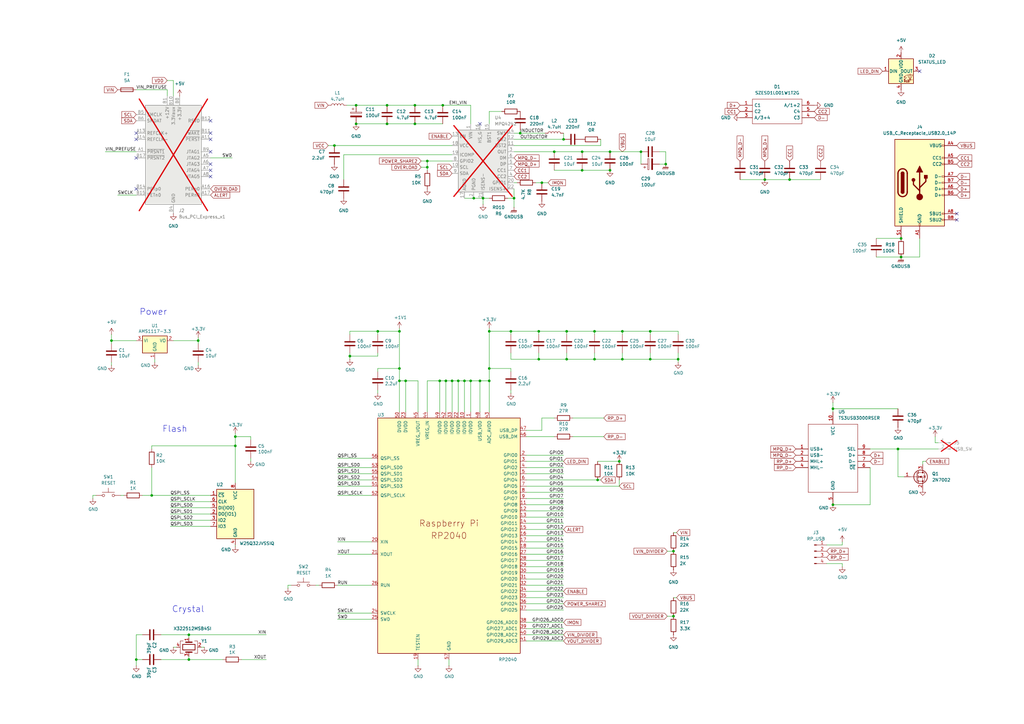
<source format=kicad_sch>
(kicad_sch (version 20231120) (generator "eeschema") (generator_version "8.0")
  (paper "A3")
  (title_block (date "2024-06-26") (rev "v0.8.2"))
  (junction (at 266.7 135.89))
  (junction (at 77.47 260.35))
  (junction (at 200.66 156.21))
  (junction (at 220.98 147.32))
  (junction (at 227.33 62.23))
  (junction (at 262.89 62.23))
  (junction (at 163.83 135.89))
  (junction (at 313.69 73.66))
  (junction (at 266.7 147.32))
  (junction (at 163.83 151.13))
  (junction (at 146.05 50.8))
  (junction (at 209.55 135.89))
  (junction (at 273.05 67.31))
  (junction (at 369.57 97.79))
  (junction (at 96.52 182.88))
  (junction (at 180.34 156.21))
  (junction (at 146.05 43.18))
  (junction (at 198.12 81.28))
  (junction (at 220.98 135.89))
  (junction (at 238.76 62.23))
  (junction (at 213.36 54.61))
  (junction (at 158.75 43.18))
  (junction (at 276.225 226.06))
  (junction (at 243.84 147.32))
  (junction (at 276.225 252.73))
  (junction (at 369.57 105.41))
  (junction (at 185.42 156.21))
  (junction (at 341.63 167.64))
  (junction (at 158.75 50.8))
  (junction (at 175.26 68.58))
  (junction (at 255.27 147.32))
  (junction (at 232.41 147.32))
  (junction (at 175.26 66.04))
  (junction (at 232.41 135.89))
  (junction (at 323.85 73.66))
  (junction (at 210.82 81.28))
  (junction (at 243.84 135.89))
  (junction (at 170.18 43.18))
  (junction (at 250.19 62.23))
  (junction (at 62.23 203.2))
  (junction (at 200.66 135.89))
  (junction (at 77.47 270.51))
  (junction (at 137.16 59.69))
  (junction (at 278.13 147.32))
  (junction (at 222.25 74.93))
  (junction (at 255.27 135.89))
  (junction (at 341.63 207.01))
  (junction (at 200.66 151.13))
  (junction (at 143.51 146.05))
  (junction (at 190.5 156.21))
  (junction (at 163.83 156.21))
  (junction (at 45.72 139.7))
  (junction (at 170.18 50.8))
  (junction (at 166.37 156.21))
  (junction (at 238.76 69.85))
  (junction (at 81.28 139.7))
  (junction (at 254 189.23))
  (junction (at 250.19 69.85))
  (junction (at 193.04 156.21))
  (junction (at 368.3 184.15))
  (junction (at 154.94 135.89))
  (junction (at 231.14 57.15))
  (junction (at 245.11 196.85))
  (junction (at 96.52 179.07))
  (junction (at 181.61 43.18))
  (junction (at 182.88 156.21))
  (junction (at 55.88 270.51))
  (junction (at 196.85 156.21))
  (junction (at 187.96 156.21))
  (junction (at 194.31 81.28))
  (no_connect (at 86.36 72.39))
  (no_connect (at 86.36 49.53))
  (no_connect (at 392.43 87.63))
  (no_connect (at 55.88 77.47))
  (no_connect (at 55.88 64.77))
  (no_connect (at 196.85 50.8))
  (no_connect (at 86.36 57.15))
  (no_connect (at 86.36 69.85))
  (no_connect (at 86.36 62.23))
  (no_connect (at 55.88 54.61))
  (no_connect (at 55.88 57.15))
  (no_connect (at 392.43 90.17))
  (no_connect (at 86.36 67.31))
  (no_connect (at 377.19 29.21))
  (no_connect (at 86.36 54.61))
  (wire (pts (xy 38.1 203.2) (xy 39.37 203.2)))
  (wire (pts (xy 152.4 251.46) (xy 138.43 251.46)))
  (wire (pts (xy 215.9 240.03) (xy 231.14 240.03)))
  (wire (pts (xy 215.9 260.35) (xy 231.14 260.35)))
  (wire (pts (xy 190.5 168.91) (xy 190.5 156.21)))
  (wire (pts (xy 163.83 156.21) (xy 163.83 168.91)))
  (wire (pts (xy 138.43 196.85) (xy 152.4 196.85)))
  (wire (pts (xy 196.85 156.21) (xy 200.66 156.21)))
  (wire (pts (xy 62.23 203.2) (xy 86.36 203.2)))
  (wire (pts (xy 142.24 43.18) (xy 146.05 43.18)))
  (wire (pts (xy 200.66 151.13) (xy 209.55 151.13)))
  (wire (pts (xy 278.13 144.78) (xy 278.13 147.32)))
  (wire (pts (xy 200.66 45.72) (xy 200.66 50.8)))
  (wire (pts (xy 200.66 81.28) (xy 198.12 81.28)))
  (wire (pts (xy 215.9 212.09) (xy 231.14 212.09)))
  (wire (pts (xy 172.72 66.04) (xy 175.26 66.04)))
  (wire (pts (xy 277.495 218.44) (xy 276.225 218.44)))
  (wire (pts (xy 55.88 270.51) (xy 55.88 273.05)))
  (wire (pts (xy 38.1 204.47) (xy 38.1 203.2)))
  (wire (pts (xy 222.25 171.45) (xy 227.33 171.45)))
  (wire (pts (xy 254 196.85) (xy 254 199.39)))
  (wire (pts (xy 222.25 171.45) (xy 222.25 176.53)))
  (wire (pts (xy 345.44 232.41) (xy 345.44 231.14)))
  (wire (pts (xy 175.26 68.58) (xy 175.26 66.04)))
  (wire (pts (xy 193.04 43.18) (xy 193.04 50.8)))
  (wire (pts (xy 163.83 134.62) (xy 163.83 135.89)))
  (wire (pts (xy 77.47 270.51) (xy 91.44 270.51)))
  (wire (pts (xy 210.82 59.69) (xy 246.38 59.69)))
  (wire (pts (xy 175.26 168.91) (xy 175.26 156.21)))
  (wire (pts (xy 359.41 105.41) (xy 369.57 105.41)))
  (wire (pts (xy 273.05 62.23) (xy 273.05 67.31)))
  (wire (pts (xy 143.51 144.78) (xy 143.51 146.05)))
  (wire (pts (xy 210.82 54.61) (xy 213.36 54.61)))
  (wire (pts (xy 246.38 57.15) (xy 246.38 59.69)))
  (wire (pts (xy 215.9 219.71) (xy 231.14 219.71)))
  (wire (pts (xy 66.04 270.51) (xy 77.47 270.51)))
  (wire (pts (xy 210.82 77.47) (xy 210.82 81.28)))
  (wire (pts (xy 270.51 62.23) (xy 273.05 62.23)))
  (wire (pts (xy 138.43 222.25) (xy 152.4 222.25)))
  (wire (pts (xy 152.4 187.96) (xy 138.43 187.96)))
  (wire (pts (xy 68.58 33.02) (xy 71.12 33.02)))
  (wire (pts (xy 58.42 260.35) (xy 55.88 260.35)))
  (wire (pts (xy 215.9 209.55) (xy 231.14 209.55)))
  (wire (pts (xy 238.76 69.85) (xy 250.19 69.85)))
  (wire (pts (xy 323.85 73.66) (xy 336.55 73.66)))
  (wire (pts (xy 215.9 247.65) (xy 231.14 247.65)))
  (wire (pts (xy 209.55 135.89) (xy 220.98 135.89)))
  (wire (pts (xy 215.9 224.79) (xy 231.14 224.79)))
  (wire (pts (xy 215.9 186.69) (xy 231.14 186.69)))
  (wire (pts (xy 227.33 62.23) (xy 238.76 62.23)))
  (wire (pts (xy 215.9 199.39) (xy 254 199.39)))
  (wire (pts (xy 102.87 179.07) (xy 96.52 179.07)))
  (wire (pts (xy 215.9 222.25) (xy 231.14 222.25)))
  (wire (pts (xy 63.5 147.32) (xy 63.5 148.59)))
  (wire (pts (xy 368.3 195.58) (xy 368.3 184.15)))
  (wire (pts (xy 143.51 137.16) (xy 143.51 135.89)))
  (wire (pts (xy 182.88 168.91) (xy 182.88 156.21)))
  (wire (pts (xy 55.88 260.35) (xy 55.88 270.51)))
  (wire (pts (xy 77.47 269.24) (xy 77.47 270.51)))
  (wire (pts (xy 71.12 33.02) (xy 71.12 39.37)))
  (wire (pts (xy 58.42 203.2) (xy 62.23 203.2)))
  (wire (pts (xy 341.63 167.64) (xy 341.63 168.91)))
  (wire (pts (xy 345.44 223.52) (xy 339.09 223.52)))
  (wire (pts (xy 209.55 137.16) (xy 209.55 135.89)))
  (wire (pts (xy 215.9 232.41) (xy 231.14 232.41)))
  (wire (pts (xy 175.26 156.21) (xy 180.34 156.21)))
  (wire (pts (xy 266.7 147.32) (xy 255.27 147.32)))
  (wire (pts (xy 58.42 270.51) (xy 55.88 270.51)))
  (wire (pts (xy 143.51 146.05) (xy 154.94 146.05)))
  (wire (pts (xy 180.34 168.91) (xy 180.34 156.21)))
  (wire (pts (xy 232.41 135.89) (xy 243.84 135.89)))
  (wire (pts (xy 215.9 245.11) (xy 231.14 245.11)))
  (wire (pts (xy 146.05 50.8) (xy 158.75 50.8)))
  (wire (pts (xy 152.4 254) (xy 138.43 254)))
  (wire (pts (xy 71.12 265.43) (xy 72.39 265.43)))
  (wire (pts (xy 158.75 43.18) (xy 170.18 43.18)))
  (wire (pts (xy 138.43 240.03) (xy 152.4 240.03)))
  (wire (pts (xy 209.55 152.4) (xy 209.55 151.13)))
  (wire (pts (xy 137.16 59.69) (xy 185.42 59.69)))
  (wire (pts (xy 266.7 144.78) (xy 266.7 147.32)))
  (wire (pts (xy 96.52 177.8) (xy 96.52 179.07)))
  (wire (pts (xy 232.41 144.78) (xy 232.41 147.32)))
  (wire (pts (xy 134.62 59.69) (xy 137.16 59.69)))
  (wire (pts (xy 154.94 152.4) (xy 154.94 151.13)))
  (wire (pts (xy 129.54 240.03) (xy 130.81 240.03)))
  (wire (pts (xy 69.85 205.74) (xy 86.36 205.74)))
  (wire (pts (xy 193.04 156.21) (xy 193.04 168.91)))
  (wire (pts (xy 245.11 196.85) (xy 246.38 196.85)))
  (wire (pts (xy 171.45 168.91) (xy 171.45 156.21)))
  (wire (pts (xy 243.84 135.89) (xy 255.27 135.89)))
  (wire (pts (xy 215.9 189.23) (xy 231.14 189.23)))
  (wire (pts (xy 77.47 260.35) (xy 109.22 260.35)))
  (wire (pts (xy 68.58 36.83) (xy 68.58 39.37)))
  (wire (pts (xy 215.9 250.19) (xy 231.14 250.19)))
  (wire (pts (xy 158.75 50.8) (xy 170.18 50.8)))
  (wire (pts (xy 215.9 194.31) (xy 231.14 194.31)))
  (wire (pts (xy 170.18 50.8) (xy 181.61 50.8)))
  (wire (pts (xy 96.52 182.88) (xy 96.52 198.12)))
  (wire (pts (xy 215.9 217.17) (xy 231.14 217.17)))
  (wire (pts (xy 215.9 204.47) (xy 231.14 204.47)))
  (wire (pts (xy 341.63 167.64) (xy 368.3 167.64)))
  (wire (pts (xy 170.18 43.18) (xy 181.61 43.18)))
  (wire (pts (xy 210.82 57.15) (xy 231.14 57.15)))
  (wire (pts (xy 66.04 260.35) (xy 77.47 260.35)))
  (wire (pts (xy 278.13 147.32) (xy 278.13 148.59)))
  (wire (pts (xy 341.63 165.1) (xy 341.63 167.64)))
  (wire (pts (xy 193.04 156.21) (xy 196.85 156.21)))
  (wire (pts (xy 213.36 54.61) (xy 213.36 53.34)))
  (wire (pts (xy 200.66 151.13) (xy 200.66 156.21)))
  (wire (pts (xy 86.36 213.36) (xy 69.85 213.36)))
  (wire (pts (xy 86.36 208.28) (xy 69.85 208.28)))
  (wire (pts (xy 277.495 245.11) (xy 276.225 245.11)))
  (wire (pts (xy 81.28 148.59) (xy 81.28 149.86)))
  (wire (pts (xy 45.72 148.59) (xy 45.72 149.86)))
  (wire (pts (xy 96.52 224.155) (xy 96.52 223.52)))
  (wire (pts (xy 154.94 151.13) (xy 163.83 151.13)))
  (wire (pts (xy 138.43 194.31) (xy 152.4 194.31)))
  (wire (pts (xy 49.53 203.2) (xy 50.8 203.2)))
  (wire (pts (xy 266.7 147.32) (xy 278.13 147.32)))
  (wire (pts (xy 154.94 160.02) (xy 154.94 161.29)))
  (wire (pts (xy 220.98 137.16) (xy 220.98 135.89)))
  (wire (pts (xy 378.46 189.23) (xy 378.46 190.5)))
  (wire (pts (xy 273.685 252.73) (xy 276.225 252.73)))
  (wire (pts (xy 43.18 62.23) (xy 55.88 62.23)))
  (wire (pts (xy 45.72 137.16) (xy 45.72 139.7)))
  (wire (pts (xy 359.41 97.79) (xy 369.57 97.79)))
  (wire (pts (xy 215.9 237.49) (xy 231.14 237.49)))
  (wire (pts (xy 215.9 234.95) (xy 231.14 234.95)))
  (wire (pts (xy 62.23 191.77) (xy 62.23 203.2)))
  (wire (pts (xy 48.26 80.01) (xy 55.88 80.01)))
  (wire (pts (xy 215.9 191.77) (xy 231.14 191.77)))
  (wire (pts (xy 184.15 270.51) (xy 184.15 273.05)))
  (wire (pts (xy 313.69 73.66) (xy 323.85 73.66)))
  (wire (pts (xy 212.09 74.93) (xy 210.82 74.93)))
  (wire (pts (xy 210.82 81.28) (xy 210.82 85.09)))
  (wire (pts (xy 187.96 156.21) (xy 190.5 156.21)))
  (wire (pts (xy 215.9 255.27) (xy 231.14 255.27)))
  (wire (pts (xy 219.71 74.93) (xy 222.25 74.93)))
  (wire (pts (xy 245.11 189.23) (xy 254 189.23)))
  (wire (pts (xy 209.55 144.78) (xy 209.55 147.32)))
  (wire (pts (xy 231.14 57.15) (xy 231.14 54.61)))
  (wire (pts (xy 250.19 62.23) (xy 262.89 62.23)))
  (wire (pts (xy 102.87 180.34) (xy 102.87 179.07)))
  (wire (pts (xy 190.5 156.21) (xy 193.04 156.21)))
  (wire (pts (xy 213.36 54.61) (xy 223.52 54.61)))
  (wire (pts (xy 255.27 135.89) (xy 266.7 135.89)))
  (wire (pts (xy 154.94 146.05) (xy 154.94 144.78)))
  (wire (pts (xy 238.76 62.23) (xy 250.19 62.23)))
  (wire (pts (xy 215.9 242.57) (xy 231.14 242.57)))
  (wire (pts (xy 71.12 139.7) (xy 81.28 139.7)))
  (wire (pts (xy 171.45 270.51) (xy 171.45 273.05)))
  (wire (pts (xy 152.4 203.2) (xy 138.43 203.2)))
  (wire (pts (xy 383.54 179.07) (xy 383.54 181.61)))
  (wire (pts (xy 266.7 137.16) (xy 266.7 135.89)))
  (wire (pts (xy 232.41 137.16) (xy 232.41 135.89)))
  (wire (pts (xy 143.51 146.05) (xy 143.51 147.32)))
  (wire (pts (xy 255.27 144.78) (xy 255.27 147.32)))
  (wire (pts (xy 215.9 201.93) (xy 231.14 201.93)))
  (wire (pts (xy 175.26 68.58) (xy 175.26 69.85)))
  (wire (pts (xy 118.11 240.03) (xy 119.38 240.03)))
  (wire (pts (xy 96.52 179.07) (xy 96.52 182.88)))
  (wire (pts (xy 86.36 210.82) (xy 69.85 210.82)))
  (wire (pts (xy 102.87 187.96) (xy 102.87 189.23)))
  (wire (pts (xy 77.47 261.62) (xy 77.47 260.35)))
  (wire (pts (xy 196.85 168.91) (xy 196.85 156.21)))
  (wire (pts (xy 81.28 139.7) (xy 81.28 138.43)))
  (wire (pts (xy 215.9 262.89) (xy 231.14 262.89)))
  (wire (pts (xy 266.7 135.89) (xy 278.13 135.89)))
  (wire (pts (xy 278.13 137.16) (xy 278.13 135.89)))
  (wire (pts (xy 200.66 134.62) (xy 200.66 135.89)))
  (wire (pts (xy 220.98 147.32) (xy 209.55 147.32)))
  (wire (pts (xy 383.54 181.61) (xy 384.81 181.61)))
  (wire (pts (xy 138.43 191.77) (xy 152.4 191.77)))
  (wire (pts (xy 99.06 270.51) (xy 109.22 270.51)))
  (wire (pts (xy 154.94 135.89) (xy 163.83 135.89)))
  (wire (pts (xy 185.42 63.5) (xy 140.97 63.5)))
  (wire (pts (xy 152.4 227.33) (xy 138.43 227.33)))
  (wire (pts (xy 55.88 139.7) (xy 45.72 139.7)))
  (wire (pts (xy 209.55 160.02) (xy 209.55 161.29)))
  (wire (pts (xy 185.42 156.21) (xy 187.96 156.21)))
  (wire (pts (xy 138.43 199.39) (xy 152.4 199.39)))
  (wire (pts (xy 163.83 135.89) (xy 163.83 151.13)))
  (wire (pts (xy 255.27 137.16) (xy 255.27 135.89)))
  (wire (pts (xy 379.73 189.23) (xy 378.46 189.23)))
  (wire (pts (xy 185.42 168.91) (xy 185.42 156.21)))
  (wire (pts (xy 82.55 265.43) (xy 83.82 265.43)))
  (wire (pts (xy 154.94 137.16) (xy 154.94 135.89)))
  (wire (pts (xy 200.66 135.89) (xy 209.55 135.89)))
  (wire (pts (xy 190.5 81.28) (xy 194.31 81.28)))
  (wire (pts (xy 200.66 156.21) (xy 200.66 168.91)))
  (wire (pts (xy 356.87 184.15) (xy 368.3 184.15)))
  (wire (pts (xy 210.82 62.23) (xy 227.33 62.23)))
  (wire (pts (xy 95.25 64.77) (xy 86.36 64.77)))
  (wire (pts (xy 172.72 68.58) (xy 175.26 68.58)))
  (wire (pts (xy 255.27 147.32) (xy 243.84 147.32)))
  (wire (pts (xy 262.89 62.23) (xy 262.89 67.31)))
  (wire (pts (xy 215.9 229.87) (xy 231.14 229.87)))
  (wire (pts (xy 62.23 184.15) (xy 62.23 182.88)))
  (wire (pts (xy 220.98 144.78) (xy 220.98 147.32)))
  (wire (pts (xy 215.9 196.85) (xy 245.11 196.85)))
  (wire (pts (xy 215.9 257.81) (xy 231.14 257.81)))
  (wire (pts (xy 243.84 147.32) (xy 232.41 147.32)))
  (wire (pts (xy 182.88 156.21) (xy 185.42 156.21)))
  (wire (pts (xy 227.33 69.85) (xy 238.76 69.85)))
  (wire (pts (xy 270.51 67.31) (xy 273.05 67.31)))
  (wire (pts (xy 356.87 191.77) (xy 356.87 207.01)))
  (wire (pts (xy 205.74 45.72) (xy 200.66 45.72)))
  (wire (pts (xy 303.53 73.66) (xy 313.69 73.66)))
  (wire (pts (xy 86.36 215.9) (xy 69.85 215.9)))
  (wire (pts (xy 140.97 63.5) (xy 140.97 73.66)))
  (wire (pts (xy 215.9 176.53) (xy 222.25 176.53)))
  (wire (pts (xy 273.685 226.06) (xy 276.225 226.06)))
  (wire (pts (xy 232.41 147.32) (xy 220.98 147.32)))
  (wire (pts (xy 220.98 135.89) (xy 232.41 135.89)))
  (wire (pts (xy 81.28 140.97) (xy 81.28 139.7)))
  (wire (pts (xy 243.84 144.78) (xy 243.84 147.32)))
  (wire (pts (xy 163.83 151.13) (xy 163.83 156.21)))
  (wire (pts (xy 368.3 184.15) (xy 384.81 184.15)))
  (wire (pts (xy 345.44 231.14) (xy 339.09 231.14)))
  (wire (pts (xy 377.19 97.79) (xy 377.19 105.41)))
  (wire (pts (xy 181.61 43.18) (xy 193.04 43.18)))
  (wire (pts (xy 200.66 135.89) (xy 200.66 151.13)))
  (wire (pts (xy 370.84 195.58) (xy 368.3 195.58)))
  (wire (pts (xy 55.88 36.83) (xy 68.58 36.83)))
  (wire (pts (xy 166.37 168.91) (xy 166.37 156.21)))
  (wire (pts (xy 345.44 222.25) (xy 345.44 223.52)))
  (wire (pts (xy 234.95 171.45) (xy 247.65 171.45)))
  (wire (pts (xy 180.34 156.21) (xy 182.88 156.21)))
  (wire (pts (xy 234.95 179.07) (xy 247.65 179.07)))
  (wire (pts (xy 171.45 156.21) (xy 166.37 156.21)))
  (wire (pts (xy 187.96 168.91) (xy 187.96 156.21)))
  (wire (pts (xy 222.25 74.93) (xy 224.79 74.93)))
  (wire (pts (xy 143.51 135.89) (xy 154.94 135.89)))
  (wire (pts (xy 215.9 214.63) (xy 231.14 214.63)))
  (wire (pts (xy 356.87 207.01) (xy 341.63 207.01)))
  (wire (pts (xy 166.37 156.21) (xy 163.83 156.21)))
  (wire (pts (xy 118.11 241.3) (xy 118.11 240.03)))
  (wire (pts (xy 198.12 81.28) (xy 198.12 83.82)))
  (wire (pts (xy 62.23 182.88) (xy 96.52 182.88)))
  (wire (pts (xy 194.31 81.28) (xy 198.12 81.28)))
  (wire (pts (xy 215.9 179.07) (xy 227.33 179.07)))
  (wire (pts (xy 45.72 140.97) (xy 45.72 139.7)))
  (wire (pts (xy 243.84 137.16) (xy 243.84 135.89)))
  (wire (pts (xy 215.9 207.01) (xy 231.14 207.01)))
  (wire (pts (xy 208.28 81.28) (xy 210.82 81.28)))
  (wire (pts (xy 215.9 227.33) (xy 231.14 227.33)))
  (wire (pts (xy 175.26 66.04) (xy 185.42 66.04)))
  (wire (pts (xy 146.05 43.18) (xy 158.75 43.18)))
  (wire (pts (xy 377.19 105.41) (xy 369.57 105.41)))
  (text "Power" (at 57.15 129.54 0) (effects (font (size 2.54 2.54)) (justify left bottom)))
  (text "Crystal" (at 70.485 251.46 0) (effects (font (size 2.54 2.54)) (justify left bottom)))
  (text "Flash" (at 66.548 177.546 0) (effects (font (size 2.54 2.54)) (justify left bottom)))
  (label "GPIO7" (at 231.14 204.47 180))
  (label "GPIO8" (at 231.14 207.01 180))
  (label "QSPI_SCLK" (at 69.85 205.74 0))
  (label "SWD" (at 95.25 64.77 180))
  (label "QSPI_SD2" (at 138.43 196.85 0))
  (label "OUTDUCTOR" (at 213.36 57.15 0))
  (label "GPIO11" (at 231.14 214.63 180))
  (label "GPIO26_ADC0" (at 231.14 255.27 180))
  (label "QSPI_SD1" (at 138.43 194.31 0))
  (label "GPIO19" (at 231.14 234.95 180))
  (label "QSPI_SD2" (at 69.85 213.36 0))
  (label "XIN" (at 138.43 222.25 0))
  (label "XOUT" (at 109.22 270.51 180))
  (label "GPIO12" (at 231.14 217.17 180))
  (label "XOUT" (at 138.43 227.33 0))
  (label "GPIO0" (at 231.14 186.69 180))
  (label "GPIO24" (at 231.14 247.65 180))
  (label "GPIO18" (at 231.14 232.41 180))
  (label "GPIO5" (at 231.14 199.39 180))
  (label "QSPI_SS" (at 69.85 203.2 0))
  (label "RUN" (at 138.43 240.03 0))
  (label "XIN" (at 109.22 260.35 180))
  (label "VIN_PREFUSE" (at 43.18 62.23 0))
  (label "GPIO1" (at 231.14 189.23 180))
  (label "GPIO23" (at 231.14 245.11 180))
  (label "GPIO17" (at 231.14 229.87 180))
  (label "GPIO27_ADC1" (at 231.14 257.81 180))
  (label "QSPI_SS" (at 138.43 187.96 0))
  (label "GPIO14" (at 231.14 222.25 180))
  (label "GPIO28_ADC2" (at 231.14 260.35 180))
  (label "SWCLK" (at 48.26 80.01 0))
  (label "GPIO16" (at 231.14 227.33 180))
  (label "GPIO2" (at 231.14 191.77 180))
  (label "SWCLK" (at 138.43 251.46 0))
  (label "GPIO15" (at 231.14 224.79 180))
  (label "GPIO9" (at 231.14 209.55 180))
  (label "GPIO10" (at 231.14 212.09 180))
  (label "QSPI_SD3" (at 138.43 199.39 0))
  (label "GPIO29_ADC3" (at 231.14 262.89 180))
  (label "QSPI_SD3" (at 69.85 215.9 0))
  (label "GPIO4" (at 231.14 196.85 180))
  (label "GPIO21" (at 231.14 240.03 180))
  (label "GPIO6" (at 231.14 201.93 180))
  (label "SWD" (at 138.43 254 0))
  (label "VIN_PREFUSE" (at 55.88 36.83 0))
  (label "QSPI_SD0" (at 138.43 191.77 0))
  (label "QSPI_SD1" (at 69.85 210.82 0))
  (label "GPIO13" (at 231.14 219.71 180))
  (label "INDUCTOR" (at 213.36 54.61 0))
  (label "GPIO25" (at 231.14 250.19 180))
  (label "GPIO22" (at 231.14 242.57 180))
  (label "QSPI_SCLK" (at 138.43 203.2 0))
  (label "GPIO20" (at 231.14 237.49 180))
  (label "EMI_VIN" (at 184.15 43.18 0))
  (label "GPIO3" (at 231.14 194.31 180))
  (label "QSPI_SD0" (at 69.85 208.28 0))
  (global_label "VBUS" (shape input) (at 277.495 245.11 0) (property "Intersheetrefs" "${INTERSHEET_REFS}" (effects (hide yes))))
  (global_label "VIN_DIVIDER" (shape input) (at 231.14 260.35 0) (property "Intersheetrefs" "${INTERSHEET_REFS}" (effects (hide yes))))
  (global_label "MPQ_D+" (shape input) (at 326.39 184.15 180) (property "Intersheetrefs" "${INTERSHEET_REFS}" (effects (hide yes))))
  (global_label "CC1" (shape input) (at 210.82 69.85 0) (property "Intersheetrefs" "${INTERSHEET_REFS}" (effects (hide yes))))
  (global_label "MPQ_D-" (shape input) (at 303.53 66.04 90) (property "Intersheetrefs" "${INTERSHEET_REFS}" (effects (hide yes))))
  (global_label "SCL" (shape input) (at 185.42 68.58 180) (property "Intersheetrefs" "${INTERSHEET_REFS}" (effects (hide yes))))
  (global_label "ALERT" (shape input) (at 231.14 217.17 0) (property "Intersheetrefs" "${INTERSHEET_REFS}" (effects (hide yes))))
  (global_label "SDA" (shape input) (at 246.38 196.85 0) (property "Intersheetrefs" "${INTERSHEET_REFS}" (effects (hide yes))))
  (global_label "VBUS" (shape input) (at 255.27 62.23 90) (property "Intersheetrefs" "${INTERSHEET_REFS}" (effects (hide yes))))
  (global_label "CC2" (shape input) (at 392.43 67.31 0) (property "Intersheetrefs" "${INTERSHEET_REFS}" (effects (hide yes))))
  (global_label "ENABLE" (shape input) (at 185.42 55.88 180) (property "Intersheetrefs" "${INTERSHEET_REFS}" (effects (hide yes))))
  (global_label "VDD" (shape input) (at 68.58 33.02 180) (property "Intersheetrefs" "${INTERSHEET_REFS}" (effects (hide yes))))
  (global_label "VCC" (shape input) (at 134.62 59.69 180) (property "Intersheetrefs" "${INTERSHEET_REFS}" (effects (hide yes))))
  (global_label "IMON" (shape input) (at 224.79 74.93 0) (property "Intersheetrefs" "${INTERSHEET_REFS}" (effects (hide yes))))
  (global_label "MPQ_D-" (shape input) (at 210.82 64.77 0) (property "Intersheetrefs" "${INTERSHEET_REFS}" (effects (hide yes))))
  (global_label "LED_DIN" (shape input) (at 361.95 29.21 180) (property "Intersheetrefs" "${INTERSHEET_REFS}" (effects (hide yes))))
  (global_label "VIN" (shape input) (at 277.495 218.44 0) (property "Intersheetrefs" "${INTERSHEET_REFS}" (effects (hide yes))))
  (global_label "MPQ_D-" (shape input) (at 326.39 186.69 180) (property "Intersheetrefs" "${INTERSHEET_REFS}" (effects (hide yes))))
  (global_label "CC1" (shape input) (at 392.43 64.77 0) (property "Intersheetrefs" "${INTERSHEET_REFS}" (effects (hide yes))))
  (global_label "CC2" (shape input) (at 336.55 66.04 90) (property "Intersheetrefs" "${INTERSHEET_REFS}" (effects (hide yes))))
  (global_label "VIN" (shape input) (at 48.26 36.83 180) (property "Intersheetrefs" "${INTERSHEET_REFS}" (effects (hide yes))))
  (global_label "RP_D-" (shape input) (at 339.09 228.6 0) (property "Intersheetrefs" "${INTERSHEET_REFS}" (effects (hide yes))))
  (global_label "CC1" (shape input) (at 303.53 45.72 180) (property "Intersheetrefs" "${INTERSHEET_REFS}" (effects (hide yes))))
  (global_label "ENABLE" (shape input) (at 379.73 189.23 0) (property "Intersheetrefs" "${INTERSHEET_REFS}" (effects (hide yes))))
  (global_label "CC2" (shape input) (at 210.82 72.39 0) (property "Intersheetrefs" "${INTERSHEET_REFS}" (effects (hide yes))))
  (global_label "POWER_SHARE2" (shape input) (at 231.14 247.65 0) (property "Intersheetrefs" "${INTERSHEET_REFS}" (effects (hide yes))))
  (global_label "VOUT_DIVIDER" (shape input) (at 231.14 262.89 0) (property "Intersheetrefs" "${INTERSHEET_REFS}" (effects (hide yes))))
  (global_label "LED_DIN" (shape input) (at 231.14 189.23 0) (property "Intersheetrefs" "${INTERSHEET_REFS}" (effects (hide yes))))
  (global_label "D-" (shape input) (at 356.87 189.23 0) (property "Intersheetrefs" "${INTERSHEET_REFS}" (effects (hide yes))))
  (global_label "D-" (shape input) (at 334.01 48.26 0) (property "Intersheetrefs" "${INTERSHEET_REFS}" (effects (hide yes))))
  (global_label "D-" (shape input) (at 392.43 74.93 0) (property "Intersheetrefs" "${INTERSHEET_REFS}" (effects (hide yes))))
  (global_label "IMON" (shape input) (at 231.14 255.27 0) (property "Intersheetrefs" "${INTERSHEET_REFS}" (effects (hide yes))))
  (global_label "MPQ_D+" (shape input) (at 313.69 66.04 90) (property "Intersheetrefs" "${INTERSHEET_REFS}" (effects (hide yes))))
  (global_label "MPQ_D+" (shape input) (at 210.82 67.31 0) (property "Intersheetrefs" "${INTERSHEET_REFS}" (effects (hide yes))))
  (global_label "VIN" (shape input) (at 134.62 43.18 180) (property "Intersheetrefs" "${INTERSHEET_REFS}" (effects (hide yes))))
  (global_label "POWER_SHARE2" (shape input) (at 172.72 66.04 180) (property "Intersheetrefs" "${INTERSHEET_REFS}" (effects (hide yes))))
  (global_label "OVERLOAD" (shape input) (at 86.36 77.47 0) (property "Intersheetrefs" "${INTERSHEET_REFS}" (effects (hide yes))))
  (global_label "VOUT_DIVIDER" (shape input) (at 273.685 252.73 180) (property "Intersheetrefs" "${INTERSHEET_REFS}" (effects (hide yes))))
  (global_label "D+" (shape input) (at 392.43 80.01 0) (property "Intersheetrefs" "${INTERSHEET_REFS}" (effects (hide yes))))
  (global_label "CC2" (shape input) (at 334.01 45.72 0) (property "Intersheetrefs" "${INTERSHEET_REFS}" (effects (hide yes))))
  (global_label "SCL" (shape input) (at 55.88 46.99 180) (property "Intersheetrefs" "${INTERSHEET_REFS}" (effects (hide yes))))
  (global_label "SCL" (shape input) (at 254 199.39 0) (property "Intersheetrefs" "${INTERSHEET_REFS}" (effects (hide yes))))
  (global_label "RP_D+" (shape input) (at 339.09 226.06 0) (property "Intersheetrefs" "${INTERSHEET_REFS}" (effects (hide yes))))
  (global_label "RP_D+" (shape input) (at 247.65 171.45 0) (property "Intersheetrefs" "${INTERSHEET_REFS}" (effects (hide yes))))
  (global_label "D+" (shape input) (at 392.43 77.47 0) (property "Intersheetrefs" "${INTERSHEET_REFS}" (effects (hide yes))))
  (global_label "D-" (shape input) (at 392.43 72.39 0) (property "Intersheetrefs" "${INTERSHEET_REFS}" (effects (hide yes))))
  (global_label "D+" (shape input) (at 356.87 186.69 0) (property "Intersheetrefs" "${INTERSHEET_REFS}" (effects (hide yes))))
  (global_label "SDA" (shape input) (at 185.42 71.12 180) (property "Intersheetrefs" "${INTERSHEET_REFS}" (effects (hide yes))))
  (global_label "ALERT" (shape input) (at 86.36 80.01 0) (property "Intersheetrefs" "${INTERSHEET_REFS}" (effects (hide yes))))
  (global_label "RP_D-" (shape input) (at 247.65 179.07 0) (property "Intersheetrefs" "${INTERSHEET_REFS}" (effects (hide yes))))
  (global_label "D+" (shape input) (at 303.53 43.18 180) (property "Intersheetrefs" "${INTERSHEET_REFS}" (effects (hide yes))))
  (global_label "SDA" (shape input) (at 55.88 49.53 180) (property "Intersheetrefs" "${INTERSHEET_REFS}" (effects (hide yes))))
  (global_label "VBUS" (shape input) (at 392.43 59.69 0) (property "Intersheetrefs" "${INTERSHEET_REFS}" (effects (hide yes))))
  (global_label "ENABLE" (shape input) (at 231.14 242.57 0) (property "Intersheetrefs" "${INTERSHEET_REFS}" (effects (hide yes))))
  (global_label "RP_D+" (shape input) (at 326.39 189.23 180) (property "Intersheetrefs" "${INTERSHEET_REFS}" (effects (hide yes))))
  (global_label "OVERLOAD" (shape input) (at 172.72 68.58 180) (property "Intersheetrefs" "${INTERSHEET_REFS}" (effects (hide yes))))
  (global_label "VIN_DIVIDER" (shape input) (at 273.685 226.06 180) (property "Intersheetrefs" "${INTERSHEET_REFS}" (effects (hide yes))))
  (global_label "CC1" (shape input) (at 323.85 66.04 90) (property "Intersheetrefs" "${INTERSHEET_REFS}" (effects (hide yes))))
  (global_label "RP_D-" (shape input) (at 326.39 191.77 180) (property "Intersheetrefs" "${INTERSHEET_REFS}" (effects (hide yes))))
  (symbol (lib_id "Device:C") (at 255.27 140.97 0) (unit 1)
    (property "Reference" "C25" (at 258.191 139.8016 0) (effects (justify left)))
    (property "Value" "100nF" (at 258.191 142.113 0) (effects (justify left)))
    (property "Footprint" "Capacitor_SMD:C_0402_1005Metric" (effects (hide yes)))
    (property "LCSC" "C1525" (effects (hide yes)))
  )
  (symbol (lib_id "power:GND") (at 334.01 43.18 90) (unit 1)
    (property "Reference" "#PWR037" (effects (hide yes)))
    (property "Value" "GND" (at 337.82 43.1799 90) (effects (justify right)))
    (property "Description" "Power symbol creates a global label with name \"GND\" , ground" (effects (hide yes)))
  )
  (symbol (lib_id "Device:R") (at 369.57 101.6 0) (unit 1)
    (property "Reference" "R18" (at 367.03 100.3299 0) (effects (justify right)))
    (property "Value" "100K" (at 367.03 102.8699 0) (effects (justify right)))
    (property "Footprint" "Resistor_SMD:R_0603_1608Metric" (effects (hide yes)))
    (property "Description" "Resistor" (effects (hide yes)))
    (property "LCSC" "C25803" (effects (hide yes)))
  )
  (symbol (lib_id "Device:R") (at 254 193.04 0) (unit 1)
    (property "Reference" "R13" (at 256.54 191.7699 0) (effects (justify left)))
    (property "Value" "10K" (at 256.54 194.3099 0) (effects (justify left)))
    (property "Footprint" "Resistor_SMD:R_0402_1005Metric" (effects (hide yes)))
    (property "Description" "Resistor" (effects (hide yes)))
    (property "LCSC" "C25744" (effects (hide yes)))
  )
  (symbol (lib_id "power:+3.3V") (at 254 189.23 0) (unit 1)
    (property "Reference" "#PWR030" (effects (hide yes)))
    (property "Value" "+3.3V" (at 254 185.674 0))
    (property "Description" "Power symbol creates a global label with name \"+3.3V\"" (effects (hide yes)))
  )
  (symbol (lib_id "power:GNDPWR") (at 273.05 67.31 0) (unit 1)
    (property "Reference" "#PWR036" (effects (hide yes)))
    (property "Value" "GNDUSB" (at 272.923 71.12 0))
    (property "Description" "Power symbol creates a global label with name \"GNDPWR\" , global ground" (effects (hide yes)))
  )
  (symbol (lib_id "power:GND") (at 143.51 147.32 0) (unit 1)
    (property "Reference" "#PWR016" (effects (hide yes)))
    (property "Value" "GND" (at 143.637 151.7142 0))
  )
  (symbol (lib_id "Device:L") (at 138.43 43.18 90) (unit 1)
    (property "Reference" "L1" (at 138.43 38.1 90))
    (property "Value" "4.7uH" (at 138.43 40.64 90))
    (property "Footprint" "Inductor_SMD:L_Sunlord_MWSA0603S" (effects (hide yes)))
    (property "Description" "Inductor" (effects (hide yes)))
    (property "LCSC" "C408447" (effects (hide yes)))
  )
  (symbol (lib_id "power:GND") (at 369.57 36.83 0) (unit 1)
    (property "Reference" "#PWR045" (effects (hide yes)))
    (property "Value" "GND" (at 369.57 41.91 0))
    (property "Description" "Power symbol creates a global label with name \"GND\" , ground" (effects (hide yes)))
  )
  (symbol (lib_id "Switch:SW_Push") (at 124.46 240.03 0) (unit 1)
    (property "Reference" "SW2" (at 124.46 232.41 0))
    (property "Value" "RESET" (at 124.46 234.95 0))
    (property "Footprint" "Local Library:XKB_TS-1101_SWITCH" (effects (hide yes)))
    (property "Description" "Push button switch, generic, two pins" (effects (hide yes)))
    (property "LCSC" "C318938" (effects (hide yes)))
  )
  (symbol (lib_id "Device:R") (at 276.225 248.92 0) (unit 1)
    (property "Reference" "R16" (at 278.765 247.6499 0) (effects (justify left)))
    (property "Value" "22K" (at 278.765 250.1899 0) (effects (justify left)))
    (property "Footprint" "Resistor_SMD:R_0402_1005Metric" (effects (hide yes)))
    (property "Description" "Resistor" (effects (hide yes)))
    (property "LCSC" "C25768" (effects (hide yes)))
  )
  (symbol (lib_id "Device:C_Polarized") (at 146.05 46.99 0) (unit 1)
    (property "Reference" "C11" (at 149.86 44.8309 0) (effects (justify left)))
    (property "Value" "100uF" (at 149.86 47.3709 0) (effects (justify left)))
    (property "Footprint" "Capacitor_SMD:CP_Elec_6.3x7.7" (effects (hide yes)))
    (property "Description" "Polarized capacitor" (effects (hide yes)))
    (property "LCSC" "C3151829" (effects (hide yes)))
  )
  (symbol (lib_id "Device:C") (at 336.55 69.85 0) (unit 1)
    (property "Reference" "C34" (at 340.36 68.5799 0) (effects (justify left)))
    (property "Value" "470pF" (at 340.36 71.1199 0) (effects (justify left)))
    (property "Footprint" "Capacitor_SMD:C_0402_1005Metric" (effects (hide yes)))
    (property "Description" "Unpolarized capacitor" (effects (hide yes)))
    (property "LCSC" "C1537" (effects (hide yes)))
  )
  (symbol (lib_id "usb-pd-psu:LED_Neopixel_Side_Light_SK6812") (at 369.57 29.21 0) (unit 1)
    (property "Reference" "D2" (at 382.27 22.8914 0))
    (property "Value" "STATUS_LED" (at 382.27 25.4314 0))
    (property "Footprint" "Local Library:LED_Neopixel_Side_Light_SK6812" (effects (hide yes)))
    (property "Datasheet" "https://cdn-shop.adafruit.com/product-files/1138/SK6812+LED+datasheet+.pdf" (effects (hide yes)))
    (property "Description" "RGB LED with integrated controller" (effects (hide yes)))
    (property "LCSC" "C5378721" (effects (hide yes)))
  )
  (symbol (lib_id "Connector:USB_C_Receptacle_USB2.0_16P") (at 377.19 74.93 0) (unit 1)
    (property "Reference" "J4" (at 377.19 52.07 0))
    (property "Value" "USB_C_Receptacle_USB2.0_14P" (at 377.19 54.61 0))
    (property "Footprint" "Connector_USB:USB_C_Receptacle_XKB_U262-16XN-4BVC11" (effects (hide yes)))
    (property "Datasheet" "https://www.usb.org/sites/default/files/documents/usb_type-c.zip" (effects (hide yes)))
    (property "Description" "USB 2.0-only 16P Type-C Receptacle connector" (effects (hide yes)))
    (property "Notes" "Footprint fits GCT USB4105-GF-A, XKB U263-163N-4BLS1735, and probably others" (effects (hide yes)))
    (property "LCSC" "C2931474" (effects (hide yes)))
    (property "JLCPCB_CORRECTION" "0;-1.5;0" (effects (hide yes)))
  )
  (symbol (lib_id "symbol-library:TS3USB3000RSER") (at 326.39 184.15 0) (unit 1)
    (property "Reference" "U5" (at 343.8241 168.91 0) (effects (justify left)))
    (property "Value" "TS3USB3000RSER" (at 343.8241 171.45 0) (effects (justify left)))
    (property "Footprint" "Local Library:TS3USB3000RSER" (effects (hide yes)))
    (property "Datasheet" "https://www.ti.com/lit/ds/symlink/ts3usb3000.pdf?ts=1612755658258&ref_url=https%253A%252F%252Fwww.ti.com%252Fstore%252Fti%252Fen%252Fp%252Fproduct%252F%253Fp%253DTS3USB3000RSER%2526keyMatch%253DTS3USB3000RSER%2526tisearch%253DSearch-EN-everything%2526usec" (effects (hide yes)))
    (property "Description" "Texas Instruments TS3USB3000RSER, Multiplexer Switch IC Single DPDT MHL 480Mbit/s, 2.7  4.3 V, 10-Pin UQFN" (effects (hide yes)))
    (property "Description_1" "Texas Instruments TS3USB3000RSER, Multiplexer Switch IC Single DPDT MHL 480Mbit/s, 2.7  4.3 V, 10-Pin UQFN" (effects (hide yes)))
    (property "Height" "0.6" (effects (hide yes)))
    (property "Mouser Part Number" "595-TS3USB3000RSER" (effects (hide yes)))
    (property "Mouser Price/Stock" "https://www.mouser.co.uk/ProductDetail/Texas-Instruments/TS3USB3000RSER?qs=FBI%252BX3tnPf2b%252BTpA9SyxPg%3D%3D" (effects (hide yes)))
    (property "Manufacturer_Name" "Texas Instruments" (effects (hide yes)))
    (property "Manufacturer_Part_Number" "TS3USB3000RSER" (effects (hide yes)))
    (property "LCSC" "C882807" (effects (hide yes)))
    (property "JLCPCB_CORRECTION" "0;0;-90" (effects (hide yes)))
  )
  (symbol (lib_name "GND_1") (lib_id "power:GND") (at 276.225 233.68 0) (unit 1)
    (property "Reference" "#PWR033" (effects (hide yes)))
    (property "Value" "GND" (at 276.225 238.76 0))
    (property "Description" "Power symbol creates a global label with name \"GND\" , ground" (effects (hide yes)))
  )
  (symbol (lib_id "power:GND") (at 96.52 224.155 0) (unit 1)
    (property "Reference" "#PWR013" (effects (hide yes)))
    (property "Value" "GND" (at 92.71 225.425 0))
  )
  (symbol (lib_id "Device:R") (at 62.23 187.96 0) (unit 1)
    (property "Reference" "R2" (at 64.008 186.7916 0) (effects (justify left)))
    (property "Value" "10K" (at 64.008 189.103 0) (effects (justify left)))
    (property "Footprint" "Resistor_SMD:R_0402_1005Metric" (effects (hide yes)))
    (property "LCSC" "C25744" (effects (hide yes)))
  )
  (symbol (lib_id "power:GND") (at 146.05 50.8 0) (unit 1)
    (property "Reference" "#PWR020" (effects (hide yes)))
    (property "Value" "GND" (at 146.05 55.88 0))
    (property "Description" "Power symbol creates a global label with name \"GND\" , ground" (effects (hide yes)))
  )
  (symbol (lib_id "Device:R") (at 209.55 45.72 90) (unit 1)
    (property "Reference" "R7" (at 209.55 39.37 90))
    (property "Value" "10R" (at 209.55 41.91 90))
    (property "Footprint" "Resistor_SMD:R_0603_1608Metric" (effects (hide yes)))
    (property "Description" "Resistor" (effects (hide yes)))
    (property "LCSC" "C22859" (effects (hide yes)))
  )
  (symbol (lib_id "Device:C") (at 323.85 69.85 0) (unit 1)
    (property "Reference" "C33" (at 327.66 68.5799 0) (effects (justify left)))
    (property "Value" "470pF" (at 327.66 71.1199 0) (effects (justify left)))
    (property "Footprint" "Capacitor_SMD:C_0402_1005Metric" (effects (hide yes)))
    (property "Description" "Unpolarized capacitor" (effects (hide yes)))
    (property "LCSC" "C1537" (effects (hide yes)))
  )
  (symbol (lib_id "power:GND") (at 378.46 200.66 0) (unit 1)
    (property "Reference" "#PWR047" (effects (hide yes)))
    (property "Value" "GND" (at 374.65 201.93 0))
  )
  (symbol (lib_id "Device:C") (at 303.53 69.85 0) (unit 1)
    (property "Reference" "C31" (at 307.34 68.5799 0) (effects (justify left)))
    (property "Value" "470pF" (at 307.34 71.1199 0) (effects (justify left)))
    (property "Footprint" "Capacitor_SMD:C_0402_1005Metric" (effects (hide yes)))
    (property "Description" "Unpolarized capacitor" (effects (hide yes)))
    (property "LCSC" "C1537" (effects (hide yes)))
  )
  (symbol (lib_id "power:+3.3V") (at 81.28 138.43 0) (unit 1)
    (property "Reference" "#PWR010" (effects (hide yes)))
    (property "Value" "+3.3V" (at 81.28 134.874 0))
    (property "Description" "Power symbol creates a global label with name \"+3.3V\"" (effects (hide yes)))
  )
  (symbol (lib_id "Device:C") (at 81.28 144.78 0) (unit 1)
    (property "Reference" "C4" (at 84.201 143.6116 0) (effects (justify left)))
    (property "Value" "10uF" (at 84.201 145.923 0) (effects (justify left)))
    (property "Footprint" "Capacitor_SMD:C_0805_2012Metric" (effects (hide yes)))
    (property "LCSC" "C15850" (effects (hide yes)))
  )
  (symbol (lib_id "Device:Fuse") (at 52.07 36.83 90) (unit 1)
    (property "Reference" "F1" (at 52.07 30.48 90))
    (property "Value" "5A" (at 52.07 33.02 90))
    (property "Footprint" "Fuse:Fuse_1206_3216Metric" (effects (hide yes)))
    (property "Description" "Fuse" (effects (hide yes)))
    (property "LCSC" "C553937" (effects (hide yes)))
  )
  (symbol (lib_id "Device:L") (at 227.33 54.61 90) (unit 1)
    (property "Reference" "L2" (at 227.33 49.53 90))
    (property "Value" "4.7uH" (at 227.33 52.07 90))
    (property "Footprint" "Inductor_SMD:L_Sunlord_MWSA0603S" (effects (hide yes)))
    (property "Description" "Inductor" (effects (hide yes)))
    (property "LCSC" "C408447" (effects (hide yes)))
  )
  (symbol (lib_id "Device:C") (at 181.61 46.99 0) (unit 1)
    (property "Reference" "C14" (at 185.42 45.7199 0) (effects (justify left)))
    (property "Value" "100nF" (at 185.42 48.2599 0) (effects (justify left)))
    (property "Footprint" "Capacitor_SMD:C_0402_1005Metric" (effects (hide yes)))
    (property "Description" "Unpolarized capacitor" (effects (hide yes)))
    (property "LCSC" "C1525" (effects (hide yes)))
  )
  (symbol (lib_id "Device:C") (at 266.7 62.23 270) (unit 1)
    (property "Reference" "C28" (at 266.7 54.61 90))
    (property "Value" "10uF" (at 266.7 57.15 90))
    (property "Footprint" "Capacitor_SMD:C_0805_2012Metric" (effects (hide yes)))
    (property "Description" "Unpolarized capacitor" (effects (hide yes)))
    (property "LCSC" "C15850" (effects (hide yes)))
  )
  (symbol (lib_id "Connector:Bus_PCI_Express_x1") (at 71.12 64.77 0) (unit 1) (in_bom no) (dnp yes)
    (property "Reference" "J2" (at 73.3141 86.36 0) (effects (justify left)))
    (property "Value" "Bus_PCI_Express_x1" (at 73.3141 88.9 0) (effects (justify left)))
    (property "Footprint" "Connector_PCBEdge:BUS_PCIexpress_x1" (effects (hide yes)))
    (property "Datasheet" "http://www.ritrontek.com/uploadfile/2016/1026/20161026105231124.pdf#page=63" (effects (hide yes)))
    (property "Description" "PCI Express bus connector x1" (effects (hide yes)))
  )
  (symbol (lib_id "Memory_Flash:W25Q128JVS") (at 96.52 210.82 0) (unit 1)
    (property "Reference" "U2" (at 90.17 198.755 0))
    (property "Value" "W25Q32JVSSIQ" (at 105.41 222.885 0))
    (property "Footprint" "Package_SO:SOIC-8_5.23x5.23mm_P1.27mm" (effects (hide yes)))
    (property "Datasheet" "https://www.winbond.com/resource-files/W25Q32JV%20RevI%2005042021%20Plus.pdf" (effects (hide yes)))
    (property "LCSC" "C179173" (effects (hide yes)))
    (property "JLCPCB_CORRECTION" "0;0;-90" (effects (hide yes)))
  )
  (symbol (lib_id "power:GND") (at 341.63 207.01 0) (unit 1)
    (property "Reference" "#PWR040" (effects (hide yes)))
    (property "Value" "GND" (at 337.82 208.28 0))
  )
  (symbol (lib_id "Device:C") (at 158.75 46.99 0) (unit 1)
    (property "Reference" "C12" (at 162.56 45.7199 0) (effects (justify left)))
    (property "Value" "4.7uF" (at 162.56 48.2599 0) (effects (justify left)))
    (property "Footprint" "Capacitor_SMD:C_1206_3216Metric" (effects (hide yes)))
    (property "Description" "Unpolarized capacitor" (effects (hide yes)))
    (property "LCSC" "C29823" (effects (hide yes)))
  )
  (symbol (lib_id "symbol-library:SZESD1L001W1T2G") (at 303.53 43.18 0) (unit 1)
    (property "Reference" "D1" (at 318.77 35.56 0))
    (property "Value" "SZESD1L001W1T2G" (at 318.77 38.1 0))
    (property "Footprint" "Local Library:SOT65P210X110-6N" (effects (hide yes)))
    (property "Datasheet" "http://www.onsemi.com/pub/Collateral/ESD1L001-D.PDF" (effects (hide yes)))
    (property "Description" "Low Capacitance ESD Protection Diodes for High Speed Data Line" (effects (hide yes)))
    (property "Description_1" "Low Capacitance ESD Protection Diodes for High Speed Data Line" (effects (hide yes)))
    (property "Height" "1.1" (effects (hide yes)))
    (property "Mouser Part Number" "863-SZESD1L001W1T2G" (effects (hide yes)))
    (property "Mouser Price/Stock" "https://www.mouser.co.uk/ProductDetail/onsemi/SZESD1L001W1T2G?qs=HXFqYaX1Q2y1THCg0jCQmA%3D%3D" (effects (hide yes)))
    (property "Manufacturer_Name" "onsemi" (effects (hide yes)))
    (property "Manufacturer_Part_Number" "SZESD1L001W1T2G" (effects (hide yes)))
    (property "LCSC" "C604764" (effects (hide yes)))
    (property "JLCPCB_CORRECTION" "0;0;-90" (effects (hide yes)))
  )
  (symbol (lib_id "Device:C") (at 222.25 78.74 180) (unit 1)
    (property "Reference" "C19" (at 226.06 77.4699 0) (effects (justify right)))
    (property "Value" "4.7nF" (at 226.06 80.0099 0) (effects (justify right)))
    (property "Footprint" "Capacitor_SMD:C_0402_1005Metric" (effects (hide yes)))
    (property "Description" "Unpolarized capacitor" (effects (hide yes)))
    (property "LCSC" "C1538" (effects (hide yes)))
  )
  (symbol (lib_id "power:GND") (at 38.1 204.47 0) (unit 1)
    (property "Reference" "#PWR01" (effects (hide yes)))
    (property "Value" "GND" (at 38.227 208.8642 0))
  )
  (symbol (lib_id "Connector:Conn_01x02_Pin") (at 389.89 181.61 0) (mirror y) (unit 1) (in_bom no) (dnp yes)
    (property "Reference" "J5" (at 391.16 181.6099 0) (effects (justify right)))
    (property "Value" "USB_SW" (at 391.16 184.1499 0) (effects (justify right)))
    (property "Footprint" "Connector_PinHeader_2.54mm:PinHeader_1x02_P2.54mm_Vertical" (effects (hide yes)))
    (property "Description" "Generic connector, single row, 01x02, script generated" (effects (hide yes)))
  )
  (symbol (lib_id "Device:C") (at 234.95 57.15 90) (unit 1)
    (property "Reference" "C23" (at 234.95 49.53 90))
    (property "Value" "220nF" (at 234.95 52.07 90))
    (property "Footprint" "Capacitor_SMD:C_0603_1608Metric" (effects (hide yes)))
    (property "Description" "Unpolarized capacitor" (effects (hide yes)))
    (property "LCSC" "C21120" (effects (hide yes)))
  )
  (symbol (lib_id "power:+3.3V") (at 200.66 134.62 0) (unit 1)
    (property "Reference" "#PWR025" (effects (hide yes)))
    (property "Value" "+3.3V" (at 200.66 131.064 0))
    (property "Description" "Power symbol creates a global label with name \"+3.3V\"" (effects (hide yes)))
  )
  (symbol (lib_id "power:GND") (at 345.44 232.41 0) (unit 1)
    (property "Reference" "#PWR042" (effects (hide yes)))
    (property "Value" "GND" (at 345.567 236.8042 0))
  )
  (symbol (lib_id "power:+3.3V") (at 96.52 177.8 0) (unit 1)
    (property "Reference" "#PWR012" (effects (hide yes)))
    (property "Value" "+3.3V" (at 96.52 174.244 0))
    (property "Description" "Power symbol creates a global label with name \"+3.3V\"" (effects (hide yes)))
  )
  (symbol (lib_id "Device:C") (at 243.84 140.97 0) (unit 1)
    (property "Reference" "C22" (at 246.761 139.8016 0) (effects (justify left)))
    (property "Value" "100nF" (at 246.761 142.113 0) (effects (justify left)))
    (property "Footprint" "Capacitor_SMD:C_0402_1005Metric" (effects (hide yes)))
    (property "LCSC" "C1525" (effects (hide yes)))
  )
  (symbol (lib_id "Device:C") (at 102.87 184.15 0) (unit 1)
    (property "Reference" "C5" (at 105.791 182.9816 0) (effects (justify left)))
    (property "Value" "100nF" (at 105.791 185.293 0) (effects (justify left)))
    (property "Footprint" "Capacitor_SMD:C_0402_1005Metric" (effects (hide yes)))
    (property "LCSC" "C1525" (effects (hide yes)))
  )
  (symbol (lib_id "Device:R") (at 54.61 203.2 270) (unit 1)
    (property "Reference" "R1" (at 54.61 197.9422 90))
    (property "Value" "1K" (at 54.61 200.2536 90))
    (property "Footprint" "Resistor_SMD:R_0402_1005Metric" (effects (hide yes)))
    (property "LCSC" "C11702" (effects (hide yes)))
  )
  (symbol (lib_id "power:GND") (at 140.97 81.28 0) (unit 1)
    (property "Reference" "#PWR018" (effects (hide yes)))
    (property "Value" "GND" (at 140.97 86.36 0))
    (property "Description" "Power symbol creates a global label with name \"GND\" , ground" (effects (hide yes)))
  )
  (symbol (lib_id "power:GND") (at 303.53 48.26 270) (unit 1)
    (property "Reference" "#PWR032" (effects (hide yes)))
    (property "Value" "GND" (at 299.72 48.2599 90) (effects (justify right)))
    (property "Description" "Power symbol creates a global label with name \"GND\" , ground" (effects (hide yes)))
  )
  (symbol (lib_id "Device:C_Polarized") (at 266.7 67.31 90) (unit 1)
    (property "Reference" "C29" (at 262.89 73.2789 90) (effects (justify right)))
    (property "Value" "100uF" (at 262.89 75.8189 90) (effects (justify right)))
    (property "Footprint" "Capacitor_SMD:CP_Elec_6.3x7.7" (effects (hide yes)))
    (property "Description" "Polarized capacitor" (effects (hide yes)))
    (property "LCSC" "C3151829" (effects (hide yes)))
  )
  (symbol (lib_id "Device:C") (at 209.55 140.97 0) (unit 1)
    (property "Reference" "C15" (at 212.471 139.8016 0) (effects (justify left)))
    (property "Value" "100nF" (at 212.471 142.113 0) (effects (justify left)))
    (property "Footprint" "Capacitor_SMD:C_0402_1005Metric" (effects (hide yes)))
    (property "LCSC" "C1525" (effects (hide yes)))
  )
  (symbol (lib_name "GND_1") (lib_id "power:GND") (at 276.225 260.35 0) (unit 1)
    (property "Reference" "#PWR034" (effects (hide yes)))
    (property "Value" "GND" (at 276.225 265.43 0))
    (property "Description" "Power symbol creates a global label with name \"GND\" , ground" (effects (hide yes)))
  )
  (symbol (lib_id "power:GND") (at 154.94 161.29 0) (unit 1)
    (property "Reference" "#PWR019" (effects (hide yes)))
    (property "Value" "GND" (at 155.067 165.6842 0))
  )
  (symbol (lib_id "power:GND") (at 102.87 189.23 0) (unit 1)
    (property "Reference" "#PWR014" (effects (hide yes)))
    (property "Value" "GND" (at 106.68 190.5 0))
  )
  (symbol (lib_id "power:+5V") (at 345.44 222.25 0) (unit 1)
    (property "Reference" "#PWR041" (effects (hide yes)))
    (property "Value" "+5V" (at 345.44 217.17 0))
    (property "Description" "Power symbol creates a global label with name \"+5V\"" (effects (hide yes)))
  )
  (symbol (lib_id "power:GND") (at 83.82 265.43 0) (unit 1)
    (property "Reference" "#PWR09" (effects (hide yes)))
    (property "Value" "GND" (at 87.63 266.7 0))
  )
  (symbol (lib_id "power:GND") (at 71.12 265.43 0) (unit 1)
    (property "Reference" "#PWR06" (effects (hide yes)))
    (property "Value" "GND" (at 67.31 266.7 0))
  )
  (symbol (lib_id "Transistor_FET:2N7002") (at 375.92 195.58 0) (unit 1)
    (property "Reference" "Q1" (at 382.27 194.3099 0) (effects (justify left)))
    (property "Value" "2N7002" (at 382.27 196.8499 0) (effects (justify left)))
    (property "Footprint" "Package_TO_SOT_SMD:SOT-23" (effects (hide yes)))
    (property "Datasheet" "https://www.onsemi.com/pub/Collateral/NDS7002A-D.PDF" (effects (hide yes)))
    (property "Description" "0.115A Id, 60V Vds, N-Channel MOSFET, SOT-23" (effects (hide yes)))
    (property "LCSC" "C8545" (effects (hide yes)))
    (property "JLCPCB_CORRECTION" "0;0;180" (effects (hide yes)))
  )
  (symbol (lib_id "Device:R") (at 204.47 81.28 90) (unit 1)
    (property "Reference" "R6" (at 204.47 87.63 90))
    (property "Value" "R010" (at 204.47 85.09 90))
    (property "Footprint" "Resistor_SMD:R_2512_6332Metric" (effects (hide yes)))
    (property "Description" "Resistor" (effects (hide yes)))
    (property "LCSC" "C127692" (effects (hide yes)))
  )
  (symbol (lib_id "power:+3.3V") (at 341.63 165.1 0) (unit 1)
    (property "Reference" "#PWR039" (effects (hide yes)))
    (property "Value" "+3.3V" (at 341.63 161.544 0))
    (property "Description" "Power symbol creates a global label with name \"+3.3V\"" (effects (hide yes)))
  )
  (symbol (lib_id "MCU_RaspberryPi_RP2040:RP2040") (at 184.15 219.71 0) (unit 1)
    (property "Reference" "U3" (at 156.21 170.18 0))
    (property "Value" "RP2040" (at 208.28 270.51 0))
    (property "Footprint" "Package_DFN_QFN:QFN-56-1EP_7x7mm_P0.4mm_EP3.2x3.2mm" (effects (hide yes)))
    (property "LCSC" "C2040" (effects (hide yes)))
  )
  (symbol (lib_id "power:GND") (at 250.19 69.85 0) (unit 1)
    (property "Reference" "#PWR031" (effects (hide yes)))
    (property "Value" "GND" (at 250.19 74.93 0))
    (property "Description" "Power symbol creates a global label with name \"GND\" , ground" (effects (hide yes)))
  )
  (symbol (lib_id "power:GND") (at 175.26 77.47 0) (unit 1)
    (property "Reference" "#PWR024" (effects (hide yes)))
    (property "Value" "GND" (at 175.26 82.55 0))
    (property "Description" "Power symbol creates a global label with name \"GND\" , ground" (effects (hide yes)))
  )
  (symbol (lib_id "Device:C") (at 154.94 140.97 0) (unit 1)
    (property "Reference" "C9" (at 157.861 139.8016 0) (effects (justify left)))
    (property "Value" "100nF" (at 157.861 142.113 0) (effects (justify left)))
    (property "Footprint" "Capacitor_SMD:C_0402_1005Metric" (effects (hide yes)))
    (property "LCSC" "C1525" (effects (hide yes)))
  )
  (symbol (lib_id "Switch:SW_Push") (at 44.45 203.2 0) (unit 1)
    (property "Reference" "SW1" (at 44.45 195.58 0))
    (property "Value" "RESET" (at 44.45 198.12 0))
    (property "Footprint" "Local Library:XKB_TS-1101_SWITCH" (effects (hide yes)))
    (property "Description" "Push button switch, generic, two pins" (effects (hide yes)))
    (property "LCSC" "C318938" (effects (hide yes)))
  )
  (symbol (lib_id "Device:R") (at 95.25 270.51 270) (unit 1)
    (property "Reference" "R3" (at 95.25 265.2522 90))
    (property "Value" "1K" (at 95.25 267.5636 90))
    (property "Footprint" "Resistor_SMD:R_0402_1005Metric" (effects (hide yes)))
    (property "LCSC" "C11702" (effects (hide yes)))
  )
  (symbol (lib_id "Device:C") (at 62.23 270.51 270) (unit 1)
    (property "Reference" "C3" (at 63.3984 273.431 0) (effects (justify left)))
    (property "Value" "39pF" (at 61.087 273.431 0) (effects (justify left)))
    (property "Footprint" "Capacitor_SMD:C_0402_1005Metric" (effects (hide yes)))
    (property "LCSC" "C106223" (effects (hide yes)))
  )
  (symbol (lib_id "Device:C") (at 137.16 63.5 0) (unit 1)
    (property "Reference" "C7" (at 133.35 62.2299 0) (effects (justify right)))
    (property "Value" "2.2uF" (at 133.35 64.7699 0) (effects (justify right)))
    (property "Footprint" "Capacitor_SMD:C_0402_1005Metric" (effects (hide yes)))
    (property "Description" "Unpolarized capacitor" (effects (hide yes)))
    (property "LCSC" "C12530" (effects (hide yes)))
  )
  (symbol (lib_id "power:GND") (at 184.15 273.05 0) (unit 1)
    (property "Reference" "#PWR023" (effects (hide yes)))
    (property "Value" "GND" (at 184.277 277.4442 0))
  )
  (symbol (lib_id "power:+1V1") (at 163.83 134.62 0) (unit 1)
    (property "Reference" "#PWR021" (effects (hide yes)))
    (property "Value" "+1V1" (at 164.211 130.2258 0))
  )
  (symbol (lib_id "power:+5V") (at 369.57 21.59 0) (unit 1)
    (property "Reference" "#PWR044" (effects (hide yes)))
    (property "Value" "+5V" (at 369.57 16.51 0))
    (property "Description" "Power symbol creates a global label with name \"+5V\"" (effects (hide yes)))
  )
  (symbol (lib_id "Regulator_Linear:NCP1117-3.3_SOT223") (at 63.5 139.7 0) (unit 1)
    (property "Reference" "U1" (at 63.5 133.5532 0))
    (property "Value" "AMS1117-3.3" (at 63.5 135.8646 0))
    (property "Footprint" "Package_TO_SOT_SMD:SOT-223-3_TabPin2" (effects (hide yes)))
    (property "Datasheet" "https://wmsc.lcsc.com/wmsc/upload/file/pdf/v2/lcsc/2304140030_Advanced-Monolithic-Systems-AMS1117-3-3_C6186.pdf" (effects (hide yes)))
    (property "LCSC" "C6186" (effects (hide yes)))
    (property "JLCPCB_CORRECTION" "0;0;180" (effects (hide yes)))
  )
  (symbol (lib_id "power:GND") (at 222.25 82.55 0) (mirror y) (unit 1)
    (property "Reference" "#PWR029" (effects (hide yes)))
    (property "Value" "GND" (at 222.25 87.63 0))
    (property "Description" "Power symbol creates a global label with name \"GND\" , ground" (effects (hide yes)))
  )
  (symbol (lib_id "power:GND") (at 81.28 149.86 0) (unit 1)
    (property "Reference" "#PWR011" (effects (hide yes)))
    (property "Value" "GND" (at 77.47 151.13 0))
  )
  (symbol (lib_id "Connector:Conn_01x04_Pin") (at 334.01 226.06 0) (unit 1)
    (property "Reference" "J3" (at 334.645 218.44 0))
    (property "Value" "RP_USB" (at 334.645 220.98 0))
    (property "Footprint" "Connector_PinHeader_2.54mm:PinHeader_1x04_P2.54mm_Vertical" (effects (hide yes)))
    (property "Description" "Generic connector, single row, 01x04, script generated" (effects (hide yes)))
  )
  (symbol (lib_id "Device:R") (at 276.225 222.25 0) (unit 1)
    (property "Reference" "R14" (at 278.765 220.9799 0) (effects (justify left)))
    (property "Value" "22K" (at 278.765 223.5199 0) (effects (justify left)))
    (property "Footprint" "Resistor_SMD:R_0402_1005Metric" (effects (hide yes)))
    (property "Description" "Resistor" (effects (hide yes)))
    (property "LCSC" "C25768" (effects (hide yes)))
  )
  (symbol (lib_id "Device:C") (at 209.55 156.21 0) (unit 1)
    (property "Reference" "C16" (at 212.471 155.0416 0) (effects (justify left)))
    (property "Value" "2.2uF" (at 212.471 157.353 0) (effects (justify left)))
    (property "Footprint" "Capacitor_SMD:C_0402_1005Metric" (effects (hide yes)))
    (property "LCSC" "C12530" (effects (hide yes)))
  )
  (symbol (lib_id "Device:C") (at 140.97 77.47 0) (unit 1)
    (property "Reference" "C8" (at 137.16 76.1999 0) (effects (justify right)))
    (property "Value" "470pF" (at 137.16 78.7399 0) (effects (justify right)))
    (property "Footprint" "Capacitor_SMD:C_0402_1005Metric" (effects (hide yes)))
    (property "Description" "Unpolarized capacitor" (effects (hide yes)))
    (property "LCSC" "C1537" (effects (hide yes)))
  )
  (symbol (lib_id "Device:R") (at 245.11 193.04 0) (unit 1)
    (property "Reference" "R11" (at 247.65 191.7699 0) (effects (justify left)))
    (property "Value" "10K" (at 247.65 194.3099 0) (effects (justify left)))
    (property "Footprint" "Resistor_SMD:R_0402_1005Metric" (effects (hide yes)))
    (property "Description" "Resistor" (effects (hide yes)))
    (property "LCSC" "C25744" (effects (hide yes)))
  )
  (symbol (lib_id "Device:C") (at 220.98 140.97 0) (unit 1)
    (property "Reference" "C17" (at 223.901 139.8016 0) (effects (justify left)))
    (property "Value" "100nF" (at 223.901 142.113 0) (effects (justify left)))
    (property "Footprint" "Capacitor_SMD:C_0402_1005Metric" (effects (hide yes)))
    (property "LCSC" "C1525" (effects (hide yes)))
  )
  (symbol (lib_id "Device:C") (at 154.94 156.21 0) (unit 1)
    (property "Reference" "C10" (at 157.861 155.0416 0) (effects (justify left)))
    (property "Value" "2.2uF" (at 157.861 157.353 0) (effects (justify left)))
    (property "Footprint" "Capacitor_SMD:C_0402_1005Metric" (effects (hide yes)))
    (property "LCSC" "C12530" (effects (hide yes)))
  )
  (symbol (lib_id "Device:C") (at 170.18 46.99 0) (unit 1)
    (property "Reference" "C13" (at 173.99 45.7199 0) (effects (justify left)))
    (property "Value" "4.7uF" (at 173.99 48.2599 0) (effects (justify left)))
    (property "Footprint" "Capacitor_SMD:C_1206_3216Metric" (effects (hide yes)))
    (property "Description" "Unpolarized capacitor" (effects (hide yes)))
    (property "LCSC" "C29823" (effects (hide yes)))
  )
  (symbol (lib_id "Device:R") (at 231.14 171.45 270) (unit 1)
    (property "Reference" "R9" (at 231.14 166.1922 90))
    (property "Value" "27R" (at 231.14 168.5036 90))
    (property "Footprint" "Resistor_SMD:R_0603_1608Metric" (effects (hide yes)))
    (property "LCSC" "C25190" (effects (hide yes)))
  )
  (symbol (lib_id "power:+5V") (at 73.66 39.37 0) (unit 1)
    (property "Reference" "#PWR07" (effects (hide yes)))
    (property "Value" "+5V" (at 73.66 34.29 0))
    (property "Description" "Power symbol creates a global label with name \"+5V\"" (effects (hide yes)))
  )
  (symbol (lib_id "power:GND") (at 209.55 161.29 0) (unit 1)
    (property "Reference" "#PWR027" (effects (hide yes)))
    (property "Value" "GND" (at 209.677 165.6842 0))
  )
  (symbol (lib_id "power:GND") (at 278.13 148.59 0) (unit 1)
    (property "Reference" "#PWR035" (effects (hide yes)))
    (property "Value" "GND" (at 278.257 152.9842 0))
  )
  (symbol (lib_id "Device:R") (at 215.9 74.93 270) (unit 1)
    (property "Reference" "R8" (at 217.1701 77.47 0) (effects (justify left)))
    (property "Value" "4.7K" (at 214.6301 77.47 0) (effects (justify left)))
    (property "Footprint" "Resistor_SMD:R_0402_1005Metric" (effects (hide yes)))
    (property "Description" "Resistor" (effects (hide yes)))
    (property "LCSC" "C25900" (effects (hide yes)))
  )
  (symbol (lib_id "Device:Crystal_GND24") (at 77.47 265.43 270) (unit 1)
    (property "Reference" "Y1" (at 82.55 262.89 90) (effects (justify left)))
    (property "Value" "X322512MSB4SI" (at 71.12 257.81 90) (effects (justify left)))
    (property "Footprint" "Crystal:Crystal_SMD_3225-4Pin_3.2x2.5mm" (effects (hide yes)))
    (property "LCSC" "C9002" (effects (hide yes)))
  )
  (symbol (lib_id "power:GND") (at 118.11 241.3 0) (unit 1)
    (property "Reference" "#PWR015" (effects (hide yes)))
    (property "Value" "GND" (at 118.237 245.6942 0))
  )
  (symbol (lib_id "Device:C") (at 227.33 66.04 0) (unit 1)
    (property "Reference" "C21" (at 231.14 64.7699 0) (effects (justify left)))
    (property "Value" "10uF" (at 231.14 67.3099 0) (effects (justify left)))
    (property "Footprint" "Capacitor_SMD:C_0805_2012Metric" (effects (hide yes)))
    (property "Description" "Unpolarized capacitor" (effects (hide yes)))
    (property "LCSC" "C15850" (effects (hide yes)))
  )
  (symbol (lib_id "power:GND") (at 198.12 83.82 0) (unit 1)
    (property "Reference" "#PWR026" (effects (hide yes)))
    (property "Value" "GND" (at 198.12 88.9 0))
    (property "Description" "Power symbol creates a global label with name \"GND\" , ground" (effects (hide yes)))
  )
  (symbol (lib_id "Device:R") (at 231.14 179.07 270) (unit 1)
    (property "Reference" "R10" (at 231.14 173.8122 90))
    (property "Value" "27R" (at 231.14 176.1236 90))
    (property "Footprint" "Resistor_SMD:R_0603_1608Metric" (effects (hide yes)))
    (property "LCSC" "C25190" (effects (hide yes)))
  )
  (symbol (lib_id "Device:R") (at 276.225 256.54 0) (unit 1)
    (property "Reference" "R17" (at 278.765 255.2699 0) (effects (justify left)))
    (property "Value" "3.3K" (at 278.765 257.8099 0) (effects (justify left)))
    (property "Footprint" "Resistor_SMD:R_0402_1005Metric" (effects (hide yes)))
    (property "Description" "Resistor" (effects (hide yes)))
    (property "LCSC" "C25890" (effects (hide yes)))
  )
  (symbol (lib_id "power:GND") (at 137.16 67.31 0) (unit 1)
    (property "Reference" "#PWR017" (effects (hide yes)))
    (property "Value" "GND" (at 137.16 72.39 0))
    (property "Description" "Power symbol creates a global label with name \"GND\" , ground" (effects (hide yes)))
  )
  (symbol (lib_id "Device:C") (at 45.72 144.78 0) (unit 1)
    (property "Reference" "C1" (at 48.641 143.6116 0) (effects (justify left)))
    (property "Value" "10uF" (at 48.641 145.923 0) (effects (justify left)))
    (property "Footprint" "Capacitor_SMD:C_0805_2012Metric" (effects (hide yes)))
    (property "LCSC" "C15850" (effects (hide yes)))
  )
  (symbol (lib_id "Device:R") (at 276.225 229.87 0) (unit 1)
    (property "Reference" "R15" (at 278.765 228.5999 0) (effects (justify left)))
    (property "Value" "2K" (at 278.765 231.1399 0) (effects (justify left)))
    (property "Footprint" "Resistor_SMD:R_0402_1005Metric" (effects (hide yes)))
    (property "Description" "Resistor" (effects (hide yes)))
    (property "LCSC" "C4109" (effects (hide yes)))
  )
  (symbol (lib_id "power:GND") (at 368.3 175.26 0) (unit 1)
    (property "Reference" "#PWR043" (effects (hide yes)))
    (property "Value" "GND" (at 368.427 179.6542 0))
  )
  (symbol (lib_id "power:GND") (at 55.88 273.05 0) (unit 1)
    (property "Reference" "#PWR02" (effects (hide yes)))
    (property "Value" "GND" (at 56.007 277.4442 0))
  )
  (symbol (lib_id "power:GNDPWR") (at 369.57 105.41 0) (unit 1)
    (property "Reference" "#PWR046" (effects (hide yes)))
    (property "Value" "GNDUSB" (at 369.443 109.22 0))
    (property "Description" "Power symbol creates a global label with name \"GNDPWR\" , global ground" (effects (hide yes)))
  )
  (symbol (lib_id "Device:C") (at 238.76 66.04 0) (unit 1)
    (property "Reference" "C24" (at 242.57 64.7699 0) (effects (justify left)))
    (property "Value" "10uF" (at 242.57 67.3099 0) (effects (justify left)))
    (property "Footprint" "Capacitor_SMD:C_0805_2012Metric" (effects (hide yes)))
    (property "Description" "Unpolarized capacitor" (effects (hide yes)))
    (property "LCSC" "C15850" (effects (hide yes)))
  )
  (symbol (lib_id "power:GND") (at 71.12 87.63 0) (unit 1)
    (property "Reference" "#PWR05" (effects (hide yes)))
    (property "Value" "GND" (at 71.12 92.71 0))
    (property "Description" "Power symbol creates a global label with name \"GND\" , ground" (effects (hide yes)))
  )
  (symbol (lib_id "Device:C") (at 359.41 101.6 0) (mirror y) (unit 1)
    (property "Reference" "C35" (at 355.6 100.3299 0) (effects (justify left)))
    (property "Value" "100nF" (at 355.6 102.8699 0) (effects (justify left)))
    (property "Footprint" "Capacitor_SMD:C_0402_1005Metric" (effects (hide yes)))
    (property "Description" "Unpolarized capacitor" (effects (hide yes)))
    (property "LCSC" "C1525" (effects (hide yes)))
  )
  (symbol (lib_id "Device:C") (at 368.3 171.45 0) (unit 1)
    (property "Reference" "C36" (at 372.11 170.1799 0) (effects (justify left)))
    (property "Value" "470pF" (at 372.11 172.7199 0) (effects (justify left)))
    (property "Footprint" "Capacitor_SMD:C_0402_1005Metric" (effects (hide yes)))
    (property "Description" "Unpolarized capacitor" (effects (hide yes)))
    (property "LCSC" "C1537" (effects (hide yes)))
  )
  (symbol (lib_id "Device:C") (at 62.23 260.35 270) (unit 1)
    (property "Reference" "C2" (at 63.3984 263.271 0) (effects (justify left)))
    (property "Value" "39pF" (at 61.087 263.271 0) (effects (justify left)))
    (property "Footprint" "Capacitor_SMD:C_0402_1005Metric" (effects (hide yes)))
    (property "LCSC" "C106223" (effects (hide yes)))
  )
  (symbol (lib_id "power:GND") (at 45.72 149.86 0) (unit 1)
    (property "Reference" "#PWR04" (effects (hide yes)))
    (property "Value" "GND" (at 41.91 151.13 0))
  )
  (symbol (lib_id "Device:C") (at 250.19 66.04 0) (unit 1)
    (property "Reference" "C26" (at 254 64.7699 0) (effects (justify left)))
    (property "Value" "100nF" (at 254 67.3099 0) (effects (justify left)))
    (property "Footprint" "Capacitor_SMD:C_0402_1005Metric" (effects (hide yes)))
    (property "Description" "Unpolarized capacitor" (effects (hide yes)))
    (property "LCSC" "C1525" (effects (hide yes)))
  )
  (symbol (lib_id "power:+3.3V") (at 383.54 179.07 0) (unit 1)
    (property "Reference" "#PWR048" (effects (hide yes)))
    (property "Value" "+3.3V" (at 383.54 175.514 0))
    (property "Description" "Power symbol creates a global label with name \"+3.3V\"" (effects (hide yes)))
  )
  (symbol (lib_id "Device:C") (at 313.69 69.85 0) (unit 1)
    (property "Reference" "C32" (at 317.5 68.5799 0) (effects (justify left)))
    (property "Value" "470pF" (at 317.5 71.1199 0) (effects (justify left)))
    (property "Footprint" "Capacitor_SMD:C_0402_1005Metric" (effects (hide yes)))
    (property "Description" "Unpolarized capacitor" (effects (hide yes)))
    (property "LCSC" "C1537" (effects (hide yes)))
  )
  (symbol (lib_id "Device:R") (at 242.57 57.15 90) (unit 1)
    (property "Reference" "R12" (at 242.57 50.8 90))
    (property "Value" "0R" (at 242.57 53.34 90))
    (property "Footprint" "Resistor_SMD:R_0603_1608Metric" (effects (hide yes)))
    (property "Description" "Resistor" (effects (hide yes)))
    (property "LCSC" "C21189" (effects (hide yes)))
  )
  (symbol (lib_id "Device:R") (at 134.62 240.03 90) (unit 1)
    (property "Reference" "R4" (at 134.62 233.68 90))
    (property "Value" "1K" (at 134.62 236.22 90))
    (property "Footprint" "Resistor_SMD:R_0402_1005Metric" (effects (hide yes)))
    (property "Description" "Resistor" (effects (hide yes)))
    (property "LCSC" "C11702" (effects (hide yes)))
  )
  (symbol (lib_id "Device:C") (at 266.7 140.97 0) (unit 1)
    (property "Reference" "C27" (at 269.621 139.8016 0) (effects (justify left)))
    (property "Value" "100nF" (at 269.621 142.113 0) (effects (justify left)))
    (property "Footprint" "Capacitor_SMD:C_0402_1005Metric" (effects (hide yes)))
    (property "LCSC" "C1525" (effects (hide yes)))
  )
  (symbol (lib_id "Device:C") (at 213.36 49.53 0) (unit 1)
    (property "Reference" "C18" (at 217.17 48.2599 0) (effects (justify left)))
    (property "Value" "220nF" (at 217.17 50.7999 0) (effects (justify left)))
    (property "Footprint" "Capacitor_SMD:C_0603_1608Metric" (effects (hide yes)))
    (property "Description" "Unpolarized capacitor" (effects (hide yes)))
    (property "LCSC" "C21120" (effects (hide yes)))
  )
  (symbol (lib_id "power:GND") (at 313.69 73.66 0) (unit 1)
    (property "Reference" "#PWR038" (effects (hide yes)))
    (property "Value" "GND" (at 313.69 78.74 0))
    (property "Description" "Power symbol creates a global label with name \"GND\" , ground" (effects (hide yes)))
  )
  (symbol (lib_id "Device:C") (at 143.51 140.97 0) (unit 1)
    (property "Reference" "C6" (at 146.431 139.8016 0) (effects (justify left)))
    (property "Value" "100nF" (at 146.431 142.113 0) (effects (justify left)))
    (property "Footprint" "Capacitor_SMD:C_0402_1005Metric" (effects (hide yes)))
    (property "LCSC" "C1525" (effects (hide yes)))
  )
  (symbol (lib_id "power:GND") (at 63.5 148.59 0) (unit 1)
    (property "Reference" "#PWR08" (effects (hide yes)))
    (property "Value" "GND" (at 59.69 149.86 0))
  )
  (symbol (lib_id "symbol-library:MPQ4242") (at 198.12 64.77 0) (unit 1) (in_bom no) (dnp yes)
    (property "Reference" "U4" (at 202.8541 48.26 0) (effects (justify left)))
    (property "Value" "MPQ4242" (at 202.8541 50.8 0) (effects (justify left)))
    (property "Footprint" "Local Library:MPQ4242_QNF-22_4mmx5mm" (effects (hide yes)))
    (property "Datasheet" "https://www.monolithicpower.com/en/documentview/productdocument/index/version/2/document_type/Datasheet/lang/en/sku/MPQ4242GVE-AEC1/document_id/11470/" (effects (hide yes)))
    (property "Description" "5A, 36V, Fully Integrated USB PDSolution with Integrated Buck-BoostConverter, AEC-Q100 Qualified" (effects (hide yes)))
    (property "LCSC" "C23268532" (effects (hide yes)))
  )
  (symbol (lib_id "Device:C") (at 232.41 140.97 0) (unit 1)
    (property "Reference" "C20" (at 235.331 139.8016 0) (effects (justify left)))
    (property "Value" "100nF" (at 235.331 142.113 0) (effects (justify left)))
    (property "Footprint" "Capacitor_SMD:C_0402_1005Metric" (effects (hide yes)))
    (property "LCSC" "C1525" (effects (hide yes)))
  )
  (symbol (lib_id "power:GND") (at 171.45 273.05 0) (unit 1)
    (property "Reference" "#PWR022" (effects (hide yes)))
    (property "Value" "GND" (at 171.577 277.4442 0))
  )
  (symbol (lib_id "Device:R") (at 175.26 73.66 0) (mirror y) (unit 1)
    (property "Reference" "R5" (at 172.72 72.3899 0) (effects (justify left)))
    (property "Value" "10K" (at 172.72 74.9299 0) (effects (justify left)))
    (property "Footprint" "Resistor_SMD:R_0402_1005Metric" (effects (hide yes)))
    (property "Description" "Resistor" (effects (hide yes)))
    (property "LCSC" "C25744" (effects (hide yes)))
  )
  (symbol (lib_id "Device:C") (at 278.13 140.97 0) (unit 1)
    (property "Reference" "C30" (at 281.051 139.8016 0) (effects (justify left)))
    (property "Value" "100nF" (at 281.051 142.113 0) (effects (justify left)))
    (property "Footprint" "Capacitor_SMD:C_0402_1005Metric" (effects (hide yes)))
    (property "LCSC" "C1525" (effects (hide yes)))
  )
  (symbol (lib_id "power:GNDPWR") (at 210.82 85.09 0) (unit 1)
    (property "Reference" "#PWR028" (effects (hide yes)))
    (property "Value" "GNDUSB" (at 210.693 88.9 0))
    (property "Description" "Power symbol creates a global label with name \"GNDPWR\" , global ground" (effects (hide yes)))
  )
  (symbol (lib_id "power:+5V") (at 45.72 137.16 0) (unit 1)
    (property "Reference" "#PWR03" (effects (hide yes)))
    (property "Value" "+5V" (at 45.72 132.08 0))
    (property "Description" "Power symbol creates a global label with name \"+5V\"" (effects (hide yes)))
  )
)
</source>
